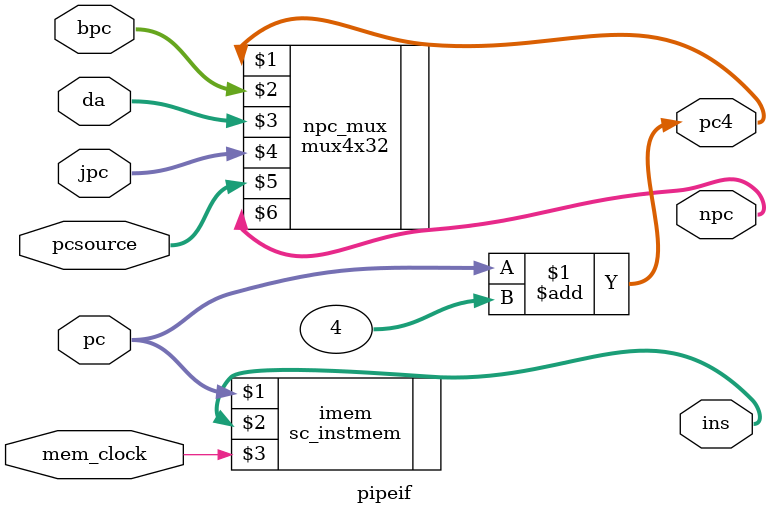
<source format=v>
module pipeif(pcsource,pc,bpc,da,jpc,npc,pc4,ins,mem_clock);
//instmem中取指令，同时设置下一条指令的PC值npc，
//pc4:原PC值+4
//bpc:beq和bne对应的pc值
//da:jr指令中读取的寄存器rs的值，
//jpc:j和jal指令对应的pc值。
//mem_clock是clock的反向，
//当clock从1跳变到0时，mem_clock从0跳变到1，读取出指令，使PC值有半个时钟周期的时间稳定下来，稳定后，再读取指令。

	input [1:0] pcsource;
	input mem_clock;
	input [31:0] pc,bpc,da,jpc;
	output wire [31:0] npc,pc4,ins;
	assign pc4 = pc+32'h4;
	
	mux4x32 npc_mux(pc4,bpc,da,jpc,pcsource,npc); //四选一，照着图排列
	//	选择pc+4/选择转移地址bne、beq/选择寄存器地址jr /选择跳转地址j、jal
	sc_instmem imem(pc,ins,mem_clock);
	
endmodule
</source>
